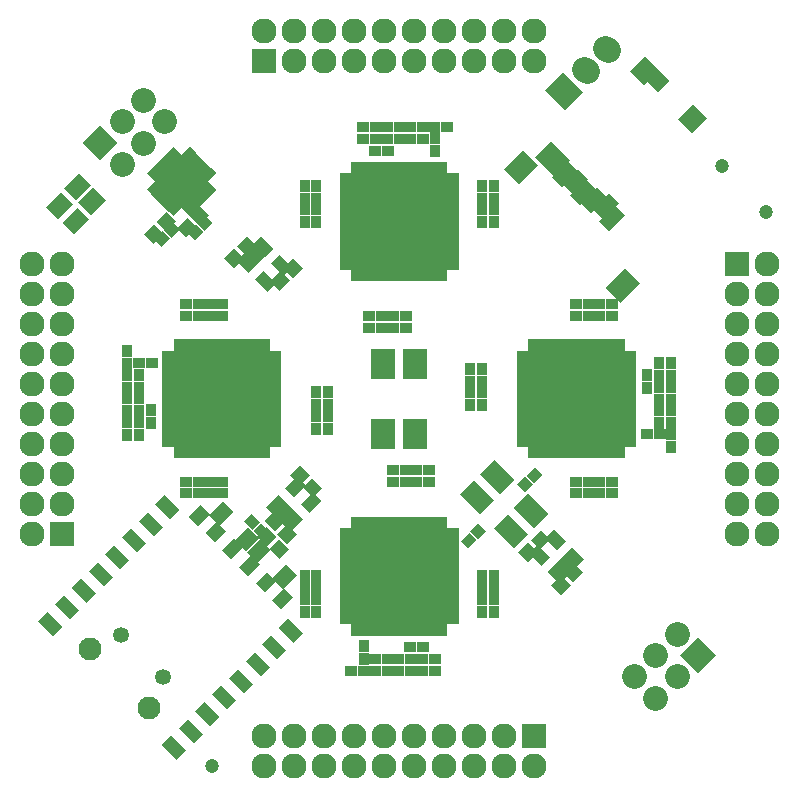
<source format=gbr>
G04 #@! TF.FileFunction,Soldermask,Top*
%FSLAX46Y46*%
G04 Gerber Fmt 4.6, Leading zero omitted, Abs format (unit mm)*
G04 Created by KiCad (PCBNEW 4.0.6-e0-6349~53~ubuntu14.04.1) date Fri Mar 31 03:17:45 2017*
%MOMM*%
%LPD*%
G01*
G04 APERTURE LIST*
%ADD10C,0.100000*%
%ADD11C,2.127200*%
%ADD12R,2.127200X2.127200*%
%ADD13O,2.127200X2.127200*%
%ADD14R,1.250000X0.700000*%
%ADD15R,0.700000X1.250000*%
%ADD16R,2.237500X2.237500*%
%ADD17R,0.900000X1.000000*%
%ADD18R,1.000000X0.900000*%
%ADD19R,2.100000X2.500000*%
%ADD20C,1.350000*%
%ADD21C,1.950000*%
%ADD22C,1.200000*%
G04 APERTURE END LIST*
D10*
G36*
X-8968144Y-16817029D02*
X-9958093Y-17806978D01*
X-10735910Y-17029161D01*
X-9745961Y-16039212D01*
X-8968144Y-16817029D01*
X-8968144Y-16817029D01*
G37*
G36*
X-10382358Y-15402816D02*
X-11372307Y-16392765D01*
X-12150124Y-15614948D01*
X-11160175Y-14624999D01*
X-10382358Y-15402816D01*
X-10382358Y-15402816D01*
G37*
G36*
X-11796572Y-13988602D02*
X-12786521Y-14978551D01*
X-13564338Y-14200734D01*
X-12574389Y-13210785D01*
X-11796572Y-13988602D01*
X-11796572Y-13988602D01*
G37*
G36*
X-13210785Y-12574389D02*
X-14200734Y-13564338D01*
X-14978551Y-12786521D01*
X-13988602Y-11796572D01*
X-13210785Y-12574389D01*
X-13210785Y-12574389D01*
G37*
G36*
X-14624999Y-11160175D02*
X-15614948Y-12150124D01*
X-16392765Y-11372307D01*
X-15402816Y-10382358D01*
X-14624999Y-11160175D01*
X-14624999Y-11160175D01*
G37*
G36*
X-16039212Y-9745961D02*
X-17029161Y-10735910D01*
X-17806978Y-9958093D01*
X-16817029Y-8968144D01*
X-16039212Y-9745961D01*
X-16039212Y-9745961D01*
G37*
G36*
X-18584796Y-9392408D02*
X-19362614Y-10170226D01*
X-20635406Y-8897434D01*
X-19857588Y-8119616D01*
X-18584796Y-9392408D01*
X-18584796Y-9392408D01*
G37*
G36*
X-19999010Y-10806621D02*
X-20776828Y-11584439D01*
X-22049620Y-10311647D01*
X-21271802Y-9533829D01*
X-19999010Y-10806621D01*
X-19999010Y-10806621D01*
G37*
G36*
X-21413223Y-12220835D02*
X-22191041Y-12998653D01*
X-23463833Y-11725861D01*
X-22686015Y-10948043D01*
X-21413223Y-12220835D01*
X-21413223Y-12220835D01*
G37*
G36*
X-22827437Y-13635048D02*
X-23605255Y-14412866D01*
X-24878047Y-13140074D01*
X-24100229Y-12362256D01*
X-22827437Y-13635048D01*
X-22827437Y-13635048D01*
G37*
G36*
X-24241650Y-15049262D02*
X-25019468Y-15827080D01*
X-26292260Y-14554288D01*
X-25514442Y-13776470D01*
X-24241650Y-15049262D01*
X-24241650Y-15049262D01*
G37*
G36*
X-25655864Y-16463475D02*
X-26433682Y-17241293D01*
X-27706474Y-15968501D01*
X-26928656Y-15190683D01*
X-25655864Y-16463475D01*
X-25655864Y-16463475D01*
G37*
G36*
X-27070077Y-17877689D02*
X-27847895Y-18655507D01*
X-29120687Y-17382715D01*
X-28342869Y-16604897D01*
X-27070077Y-17877689D01*
X-27070077Y-17877689D01*
G37*
G36*
X-28484291Y-19291903D02*
X-29262109Y-20069721D01*
X-30534901Y-18796929D01*
X-29757083Y-18019111D01*
X-28484291Y-19291903D01*
X-28484291Y-19291903D01*
G37*
G36*
X-8119616Y-19857588D02*
X-8897434Y-20635406D01*
X-10170226Y-19362614D01*
X-9392408Y-18584796D01*
X-8119616Y-19857588D01*
X-8119616Y-19857588D01*
G37*
G36*
X-9533829Y-21271802D02*
X-10311647Y-22049620D01*
X-11584439Y-20776828D01*
X-10806621Y-19999010D01*
X-9533829Y-21271802D01*
X-9533829Y-21271802D01*
G37*
G36*
X-10948043Y-22686015D02*
X-11725861Y-23463833D01*
X-12998653Y-22191041D01*
X-12220835Y-21413223D01*
X-10948043Y-22686015D01*
X-10948043Y-22686015D01*
G37*
G36*
X-12362256Y-24100229D02*
X-13140074Y-24878047D01*
X-14412866Y-23605255D01*
X-13635048Y-22827437D01*
X-12362256Y-24100229D01*
X-12362256Y-24100229D01*
G37*
G36*
X-13776470Y-25514442D02*
X-14554288Y-26292260D01*
X-15827080Y-25019468D01*
X-15049262Y-24241650D01*
X-13776470Y-25514442D01*
X-13776470Y-25514442D01*
G37*
G36*
X-15190683Y-26928656D02*
X-15968501Y-27706474D01*
X-17241293Y-26433682D01*
X-16463475Y-25655864D01*
X-15190683Y-26928656D01*
X-15190683Y-26928656D01*
G37*
G36*
X-16604897Y-28342869D02*
X-17382715Y-29120687D01*
X-18655507Y-27847895D01*
X-17877689Y-27070077D01*
X-16604897Y-28342869D01*
X-16604897Y-28342869D01*
G37*
G36*
X-18019111Y-29757083D02*
X-18796929Y-30534901D01*
X-20069721Y-29262109D01*
X-19291903Y-28484291D01*
X-18019111Y-29757083D01*
X-18019111Y-29757083D01*
G37*
G36*
X14077763Y24423079D02*
X12358079Y26142763D01*
X13862237Y27646921D01*
X15581921Y25927237D01*
X14077763Y24423079D01*
X14077763Y24423079D01*
G37*
D11*
X15658288Y27938814D02*
X15873814Y27723288D01*
X17454339Y29734865D02*
X17669865Y29519339D01*
D10*
G36*
X-12423485Y13024526D02*
X-11681023Y13766988D01*
X-10648647Y12734612D01*
X-11391109Y11992150D01*
X-12423485Y13024526D01*
X-12423485Y13024526D01*
G37*
G36*
X-13095236Y12352774D02*
X-12352774Y13095236D01*
X-11320398Y12062860D01*
X-12062860Y11320398D01*
X-13095236Y12352774D01*
X-13095236Y12352774D01*
G37*
G36*
X-13766988Y11681023D02*
X-13024526Y12423485D01*
X-11992150Y11391109D01*
X-12734612Y10648647D01*
X-13766988Y11681023D01*
X-13766988Y11681023D01*
G37*
G36*
X-12211353Y10125388D02*
X-11468891Y10867850D01*
X-10436515Y9835474D01*
X-11178977Y9093012D01*
X-12211353Y10125388D01*
X-12211353Y10125388D01*
G37*
G36*
X-10867850Y11468891D02*
X-10125388Y12211353D01*
X-9093012Y11178977D01*
X-9835474Y10436515D01*
X-10867850Y11468891D01*
X-10867850Y11468891D01*
G37*
G36*
X-10484526Y-9883485D02*
X-11226988Y-9141023D01*
X-10194612Y-8108647D01*
X-9452150Y-8851109D01*
X-10484526Y-9883485D01*
X-10484526Y-9883485D01*
G37*
G36*
X-9812774Y-10555236D02*
X-10555236Y-9812774D01*
X-9522860Y-8780398D01*
X-8780398Y-9522860D01*
X-9812774Y-10555236D01*
X-9812774Y-10555236D01*
G37*
G36*
X-9141023Y-11226988D02*
X-9883485Y-10484526D01*
X-8851109Y-9452150D01*
X-8108647Y-10194612D01*
X-9141023Y-11226988D01*
X-9141023Y-11226988D01*
G37*
G36*
X-7585388Y-9671353D02*
X-8327850Y-8928891D01*
X-7295474Y-7896515D01*
X-6553012Y-8638977D01*
X-7585388Y-9671353D01*
X-7585388Y-9671353D01*
G37*
G36*
X-8928891Y-8327850D02*
X-9671353Y-7585388D01*
X-8638977Y-6553012D01*
X-7896515Y-7295474D01*
X-8928891Y-8327850D01*
X-8928891Y-8327850D01*
G37*
G36*
X14328485Y-14929526D02*
X13586023Y-15671988D01*
X12553647Y-14639612D01*
X13296109Y-13897150D01*
X14328485Y-14929526D01*
X14328485Y-14929526D01*
G37*
G36*
X15000236Y-14257774D02*
X14257774Y-15000236D01*
X13225398Y-13967860D01*
X13967860Y-13225398D01*
X15000236Y-14257774D01*
X15000236Y-14257774D01*
G37*
G36*
X15671988Y-13586023D02*
X14929526Y-14328485D01*
X13897150Y-13296109D01*
X14639612Y-12553647D01*
X15671988Y-13586023D01*
X15671988Y-13586023D01*
G37*
G36*
X14116353Y-12030388D02*
X13373891Y-12772850D01*
X12341515Y-11740474D01*
X13083977Y-10998012D01*
X14116353Y-12030388D01*
X14116353Y-12030388D01*
G37*
G36*
X12772850Y-13373891D02*
X12030388Y-14116353D01*
X10998012Y-13083977D01*
X11740474Y-12341515D01*
X12772850Y-13373891D01*
X12772850Y-13373891D01*
G37*
G36*
X17492969Y9431951D02*
X19119315Y11058297D01*
X20392107Y9785505D01*
X18765761Y8159159D01*
X17492969Y9431951D01*
X17492969Y9431951D01*
G37*
G36*
X8901621Y19437512D02*
X10527967Y21063858D01*
X11800759Y19791066D01*
X10174413Y18164720D01*
X8901621Y19437512D01*
X8901621Y19437512D01*
G37*
G36*
X23574087Y23715509D02*
X24846879Y24988301D01*
X26048961Y23786219D01*
X24776169Y22513427D01*
X23574087Y23715509D01*
X23574087Y23715509D01*
G37*
G36*
X19543579Y27746018D02*
X20816371Y29018810D01*
X22018453Y27816728D01*
X20745661Y26543936D01*
X19543579Y27746018D01*
X19543579Y27746018D01*
G37*
G36*
X16948496Y15053451D02*
X18291999Y16396954D01*
X19140528Y15548425D01*
X17797025Y14204922D01*
X16948496Y15053451D01*
X16948496Y15053451D01*
G37*
G36*
X16453522Y16114111D02*
X17797025Y17457614D01*
X18645554Y16609085D01*
X17302051Y15265582D01*
X16453522Y16114111D01*
X16453522Y16114111D01*
G37*
G36*
X15392861Y16609086D02*
X16736364Y17952589D01*
X17584893Y17104060D01*
X16241390Y15760557D01*
X15392861Y16609086D01*
X15392861Y16609086D01*
G37*
G36*
X14473623Y17245482D02*
X15817126Y18588985D01*
X16665655Y17740456D01*
X15322152Y16396953D01*
X14473623Y17245482D01*
X14473623Y17245482D01*
G37*
G36*
X13837226Y18164721D02*
X15180729Y19508224D01*
X16029258Y18659695D01*
X14685755Y17316192D01*
X13837226Y18164721D01*
X13837226Y18164721D01*
G37*
G36*
X12917988Y18801117D02*
X14261491Y20144620D01*
X15110020Y19296091D01*
X13766517Y17952588D01*
X12917988Y18801117D01*
X12917988Y18801117D01*
G37*
G36*
X12281592Y19720356D02*
X13625095Y21063859D01*
X14473624Y20215330D01*
X13130121Y18871827D01*
X12281592Y19720356D01*
X12281592Y19720356D01*
G37*
G36*
X11503774Y20498173D02*
X12847277Y21841676D01*
X13695806Y20993147D01*
X12352303Y19649644D01*
X11503774Y20498173D01*
X11503774Y20498173D01*
G37*
G36*
X20947185Y26971736D02*
X21901779Y27926330D01*
X22891729Y26936380D01*
X21937135Y25981786D01*
X20947185Y26971736D01*
X20947185Y26971736D01*
G37*
D12*
X11430000Y-28575000D03*
D13*
X11430000Y-31115000D03*
X8890000Y-28575000D03*
X8890000Y-31115000D03*
X6350000Y-28575000D03*
X6350000Y-31115000D03*
X3810000Y-28575000D03*
X3810000Y-31115000D03*
X1270000Y-28575000D03*
X1270000Y-31115000D03*
X-1270000Y-28575000D03*
X-1270000Y-31115000D03*
X-3810000Y-28575000D03*
X-3810000Y-31115000D03*
X-6350000Y-28575000D03*
X-6350000Y-31115000D03*
X-8890000Y-28575000D03*
X-8890000Y-31115000D03*
X-11430000Y-28575000D03*
X-11430000Y-31115000D03*
D12*
X-28575000Y-11430000D03*
D13*
X-31115000Y-11430000D03*
X-28575000Y-8890000D03*
X-31115000Y-8890000D03*
X-28575000Y-6350000D03*
X-31115000Y-6350000D03*
X-28575000Y-3810000D03*
X-31115000Y-3810000D03*
X-28575000Y-1270000D03*
X-31115000Y-1270000D03*
X-28575000Y1270000D03*
X-31115000Y1270000D03*
X-28575000Y3810000D03*
X-31115000Y3810000D03*
X-28575000Y6350000D03*
X-31115000Y6350000D03*
X-28575000Y8890000D03*
X-31115000Y8890000D03*
X-28575000Y11430000D03*
X-31115000Y11430000D03*
D12*
X-11430000Y28575000D03*
D13*
X-11430000Y31115000D03*
X-8890000Y28575000D03*
X-8890000Y31115000D03*
X-6350000Y28575000D03*
X-6350000Y31115000D03*
X-3810000Y28575000D03*
X-3810000Y31115000D03*
X-1270000Y28575000D03*
X-1270000Y31115000D03*
X1270000Y28575000D03*
X1270000Y31115000D03*
X3810000Y28575000D03*
X3810000Y31115000D03*
X6350000Y28575000D03*
X6350000Y31115000D03*
X8890000Y28575000D03*
X8890000Y31115000D03*
X11430000Y28575000D03*
X11430000Y31115000D03*
D12*
X28575000Y11430000D03*
D13*
X31115000Y11430000D03*
X28575000Y8890000D03*
X31115000Y8890000D03*
X28575000Y6350000D03*
X31115000Y6350000D03*
X28575000Y3810000D03*
X31115000Y3810000D03*
X28575000Y1270000D03*
X31115000Y1270000D03*
X28575000Y-1270000D03*
X31115000Y-1270000D03*
X28575000Y-3810000D03*
X31115000Y-3810000D03*
X28575000Y-6350000D03*
X31115000Y-6350000D03*
X28575000Y-8890000D03*
X31115000Y-8890000D03*
X28575000Y-11430000D03*
X31115000Y-11430000D03*
D14*
X4450000Y-18750000D03*
X4450000Y-18250000D03*
X4450000Y-17750000D03*
X4450000Y-17250000D03*
X4450000Y-16750000D03*
X4450000Y-16250000D03*
X4450000Y-15750000D03*
X4450000Y-15250000D03*
X4450000Y-14750000D03*
X4450000Y-14250000D03*
X4450000Y-13750000D03*
X4450000Y-13250000D03*
X4450000Y-12750000D03*
X4450000Y-12250000D03*
X4450000Y-11750000D03*
X4450000Y-11250000D03*
D15*
X3750000Y-10550000D03*
X3250000Y-10550000D03*
X2750000Y-10550000D03*
X2250000Y-10550000D03*
X1750000Y-10550000D03*
X1250000Y-10550000D03*
X750000Y-10550000D03*
X250000Y-10550000D03*
X-250000Y-10550000D03*
X-750000Y-10550000D03*
X-1250000Y-10550000D03*
X-1750000Y-10550000D03*
X-2250000Y-10550000D03*
X-2750000Y-10550000D03*
X-3250000Y-10550000D03*
X-3750000Y-10550000D03*
D14*
X-4450000Y-11250000D03*
X-4450000Y-11750000D03*
X-4450000Y-12250000D03*
X-4450000Y-12750000D03*
X-4450000Y-13250000D03*
X-4450000Y-13750000D03*
X-4450000Y-14250000D03*
X-4450000Y-14750000D03*
X-4450000Y-15250000D03*
X-4450000Y-15750000D03*
X-4450000Y-16250000D03*
X-4450000Y-16750000D03*
X-4450000Y-17250000D03*
X-4450000Y-17750000D03*
X-4450000Y-18250000D03*
X-4450000Y-18750000D03*
D15*
X-3750000Y-19450000D03*
X-3250000Y-19450000D03*
X-2750000Y-19450000D03*
X-2250000Y-19450000D03*
X-1750000Y-19450000D03*
X-1250000Y-19450000D03*
X-750000Y-19450000D03*
X-250000Y-19450000D03*
X250000Y-19450000D03*
X750000Y-19450000D03*
X1250000Y-19450000D03*
X1750000Y-19450000D03*
X2250000Y-19450000D03*
X2750000Y-19450000D03*
X3250000Y-19450000D03*
X3750000Y-19450000D03*
D16*
X-2756250Y-12243750D03*
X-2756250Y-14081250D03*
X-2756250Y-15918750D03*
X-2756250Y-17756250D03*
X-918750Y-12243750D03*
X-918750Y-14081250D03*
X-918750Y-15918750D03*
X-918750Y-17756250D03*
X918750Y-12243750D03*
X918750Y-14081250D03*
X918750Y-15918750D03*
X918750Y-17756250D03*
X2756250Y-12243750D03*
X2756250Y-14081250D03*
X2756250Y-15918750D03*
X2756250Y-17756250D03*
D15*
X-18750000Y-4450000D03*
X-18250000Y-4450000D03*
X-17750000Y-4450000D03*
X-17250000Y-4450000D03*
X-16750000Y-4450000D03*
X-16250000Y-4450000D03*
X-15750000Y-4450000D03*
X-15250000Y-4450000D03*
X-14750000Y-4450000D03*
X-14250000Y-4450000D03*
X-13750000Y-4450000D03*
X-13250000Y-4450000D03*
X-12750000Y-4450000D03*
X-12250000Y-4450000D03*
X-11750000Y-4450000D03*
X-11250000Y-4450000D03*
D14*
X-10550000Y-3750000D03*
X-10550000Y-3250000D03*
X-10550000Y-2750000D03*
X-10550000Y-2250000D03*
X-10550000Y-1750000D03*
X-10550000Y-1250000D03*
X-10550000Y-750000D03*
X-10550000Y-250000D03*
X-10550000Y250000D03*
X-10550000Y750000D03*
X-10550000Y1250000D03*
X-10550000Y1750000D03*
X-10550000Y2250000D03*
X-10550000Y2750000D03*
X-10550000Y3250000D03*
X-10550000Y3750000D03*
D15*
X-11250000Y4450000D03*
X-11750000Y4450000D03*
X-12250000Y4450000D03*
X-12750000Y4450000D03*
X-13250000Y4450000D03*
X-13750000Y4450000D03*
X-14250000Y4450000D03*
X-14750000Y4450000D03*
X-15250000Y4450000D03*
X-15750000Y4450000D03*
X-16250000Y4450000D03*
X-16750000Y4450000D03*
X-17250000Y4450000D03*
X-17750000Y4450000D03*
X-18250000Y4450000D03*
X-18750000Y4450000D03*
D14*
X-19450000Y3750000D03*
X-19450000Y3250000D03*
X-19450000Y2750000D03*
X-19450000Y2250000D03*
X-19450000Y1750000D03*
X-19450000Y1250000D03*
X-19450000Y750000D03*
X-19450000Y250000D03*
X-19450000Y-250000D03*
X-19450000Y-750000D03*
X-19450000Y-1250000D03*
X-19450000Y-1750000D03*
X-19450000Y-2250000D03*
X-19450000Y-2750000D03*
X-19450000Y-3250000D03*
X-19450000Y-3750000D03*
D16*
X-12243750Y2756250D03*
X-14081250Y2756250D03*
X-15918750Y2756250D03*
X-17756250Y2756250D03*
X-12243750Y918750D03*
X-14081250Y918750D03*
X-15918750Y918750D03*
X-17756250Y918750D03*
X-12243750Y-918750D03*
X-14081250Y-918750D03*
X-15918750Y-918750D03*
X-17756250Y-918750D03*
X-12243750Y-2756250D03*
X-14081250Y-2756250D03*
X-15918750Y-2756250D03*
X-17756250Y-2756250D03*
D14*
X-4450000Y18750000D03*
X-4450000Y18250000D03*
X-4450000Y17750000D03*
X-4450000Y17250000D03*
X-4450000Y16750000D03*
X-4450000Y16250000D03*
X-4450000Y15750000D03*
X-4450000Y15250000D03*
X-4450000Y14750000D03*
X-4450000Y14250000D03*
X-4450000Y13750000D03*
X-4450000Y13250000D03*
X-4450000Y12750000D03*
X-4450000Y12250000D03*
X-4450000Y11750000D03*
X-4450000Y11250000D03*
D15*
X-3750000Y10550000D03*
X-3250000Y10550000D03*
X-2750000Y10550000D03*
X-2250000Y10550000D03*
X-1750000Y10550000D03*
X-1250000Y10550000D03*
X-750000Y10550000D03*
X-250000Y10550000D03*
X250000Y10550000D03*
X750000Y10550000D03*
X1250000Y10550000D03*
X1750000Y10550000D03*
X2250000Y10550000D03*
X2750000Y10550000D03*
X3250000Y10550000D03*
X3750000Y10550000D03*
D14*
X4450000Y11250000D03*
X4450000Y11750000D03*
X4450000Y12250000D03*
X4450000Y12750000D03*
X4450000Y13250000D03*
X4450000Y13750000D03*
X4450000Y14250000D03*
X4450000Y14750000D03*
X4450000Y15250000D03*
X4450000Y15750000D03*
X4450000Y16250000D03*
X4450000Y16750000D03*
X4450000Y17250000D03*
X4450000Y17750000D03*
X4450000Y18250000D03*
X4450000Y18750000D03*
D15*
X3750000Y19450000D03*
X3250000Y19450000D03*
X2750000Y19450000D03*
X2250000Y19450000D03*
X1750000Y19450000D03*
X1250000Y19450000D03*
X750000Y19450000D03*
X250000Y19450000D03*
X-250000Y19450000D03*
X-750000Y19450000D03*
X-1250000Y19450000D03*
X-1750000Y19450000D03*
X-2250000Y19450000D03*
X-2750000Y19450000D03*
X-3250000Y19450000D03*
X-3750000Y19450000D03*
D16*
X2756250Y12243750D03*
X2756250Y14081250D03*
X2756250Y15918750D03*
X2756250Y17756250D03*
X918750Y12243750D03*
X918750Y14081250D03*
X918750Y15918750D03*
X918750Y17756250D03*
X-918750Y12243750D03*
X-918750Y14081250D03*
X-918750Y15918750D03*
X-918750Y17756250D03*
X-2756250Y12243750D03*
X-2756250Y14081250D03*
X-2756250Y15918750D03*
X-2756250Y17756250D03*
D15*
X18750000Y4450000D03*
X18250000Y4450000D03*
X17750000Y4450000D03*
X17250000Y4450000D03*
X16750000Y4450000D03*
X16250000Y4450000D03*
X15750000Y4450000D03*
X15250000Y4450000D03*
X14750000Y4450000D03*
X14250000Y4450000D03*
X13750000Y4450000D03*
X13250000Y4450000D03*
X12750000Y4450000D03*
X12250000Y4450000D03*
X11750000Y4450000D03*
X11250000Y4450000D03*
D14*
X10550000Y3750000D03*
X10550000Y3250000D03*
X10550000Y2750000D03*
X10550000Y2250000D03*
X10550000Y1750000D03*
X10550000Y1250000D03*
X10550000Y750000D03*
X10550000Y250000D03*
X10550000Y-250000D03*
X10550000Y-750000D03*
X10550000Y-1250000D03*
X10550000Y-1750000D03*
X10550000Y-2250000D03*
X10550000Y-2750000D03*
X10550000Y-3250000D03*
X10550000Y-3750000D03*
D15*
X11250000Y-4450000D03*
X11750000Y-4450000D03*
X12250000Y-4450000D03*
X12750000Y-4450000D03*
X13250000Y-4450000D03*
X13750000Y-4450000D03*
X14250000Y-4450000D03*
X14750000Y-4450000D03*
X15250000Y-4450000D03*
X15750000Y-4450000D03*
X16250000Y-4450000D03*
X16750000Y-4450000D03*
X17250000Y-4450000D03*
X17750000Y-4450000D03*
X18250000Y-4450000D03*
X18750000Y-4450000D03*
D14*
X19450000Y-3750000D03*
X19450000Y-3250000D03*
X19450000Y-2750000D03*
X19450000Y-2250000D03*
X19450000Y-1750000D03*
X19450000Y-1250000D03*
X19450000Y-750000D03*
X19450000Y-250000D03*
X19450000Y250000D03*
X19450000Y750000D03*
X19450000Y1250000D03*
X19450000Y1750000D03*
X19450000Y2250000D03*
X19450000Y2750000D03*
X19450000Y3250000D03*
X19450000Y3750000D03*
D16*
X12243750Y-2756250D03*
X14081250Y-2756250D03*
X15918750Y-2756250D03*
X17756250Y-2756250D03*
X12243750Y-918750D03*
X14081250Y-918750D03*
X15918750Y-918750D03*
X17756250Y-918750D03*
X12243750Y918750D03*
X14081250Y918750D03*
X15918750Y918750D03*
X17756250Y918750D03*
X12243750Y2756250D03*
X14081250Y2756250D03*
X15918750Y2756250D03*
X17756250Y2756250D03*
D17*
X8000000Y-16950000D03*
X8000000Y-18050000D03*
X8000000Y-14950000D03*
X8000000Y-16050000D03*
D18*
X1450000Y-6000000D03*
X2550000Y-6000000D03*
X-550000Y-6000000D03*
X550000Y-6000000D03*
D17*
X7000000Y-16950000D03*
X7000000Y-18050000D03*
X7000000Y-14950000D03*
X7000000Y-16050000D03*
D18*
X1450000Y-7000000D03*
X2550000Y-7000000D03*
X-550000Y-7000000D03*
X550000Y-7000000D03*
D17*
X-7000000Y-18050000D03*
X-7000000Y-16950000D03*
X-7000000Y-16050000D03*
X-7000000Y-14950000D03*
X-3000000Y-20950000D03*
X-3000000Y-22050000D03*
D18*
X3050000Y-22000000D03*
X1950000Y-22000000D03*
X1050000Y-22000000D03*
X-50000Y-22000000D03*
X-950000Y-22000000D03*
X-2050000Y-22000000D03*
X2050000Y-21000000D03*
X950000Y-21000000D03*
D17*
X-8000000Y-18050000D03*
X-8000000Y-16950000D03*
X-8000000Y-16050000D03*
X-8000000Y-14950000D03*
D18*
X3050000Y-23000000D03*
X1950000Y-23000000D03*
X1050000Y-23000000D03*
X-50000Y-23000000D03*
X-950000Y-23000000D03*
X-2050000Y-23000000D03*
X-2950000Y-23000000D03*
X-4050000Y-23000000D03*
X-16950000Y-8000000D03*
X-18050000Y-8000000D03*
X-14950000Y-8000000D03*
X-16050000Y-8000000D03*
D17*
X-6000000Y-1450000D03*
X-6000000Y-2550000D03*
X-6000000Y550000D03*
X-6000000Y-550000D03*
D18*
X-16950000Y-7000000D03*
X-18050000Y-7000000D03*
X-14950000Y-7000000D03*
X-16050000Y-7000000D03*
D17*
X-7000000Y-1450000D03*
X-7000000Y-2550000D03*
X-7000000Y550000D03*
X-7000000Y-550000D03*
D18*
X-18050000Y7000000D03*
X-16950000Y7000000D03*
X-16050000Y7000000D03*
X-14950000Y7000000D03*
X-20950000Y3000000D03*
X-22050000Y3000000D03*
D17*
X-22000000Y-3050000D03*
X-22000000Y-1950000D03*
X-22000000Y-1050000D03*
X-22000000Y50000D03*
X-22000000Y950000D03*
X-22000000Y2050000D03*
X-21000000Y-2050000D03*
X-21000000Y-950000D03*
D18*
X-18050000Y8000000D03*
X-16950000Y8000000D03*
X-16050000Y8000000D03*
X-14950000Y8000000D03*
D17*
X-23000000Y-3050000D03*
X-23000000Y-1950000D03*
X-23000000Y-1050000D03*
X-23000000Y50000D03*
X-23000000Y950000D03*
X-23000000Y2050000D03*
X-23000000Y2950000D03*
X-23000000Y4050000D03*
X-8000000Y16950000D03*
X-8000000Y18050000D03*
X-8000000Y14950000D03*
X-8000000Y16050000D03*
D18*
X-1450000Y6000000D03*
X-2550000Y6000000D03*
X550000Y6000000D03*
X-550000Y6000000D03*
D17*
X-7000000Y16950000D03*
X-7000000Y18050000D03*
X-7000000Y14950000D03*
X-7000000Y16050000D03*
D18*
X-1450000Y7000000D03*
X-2550000Y7000000D03*
X550000Y7000000D03*
X-550000Y7000000D03*
D17*
X7000000Y18050000D03*
X7000000Y16950000D03*
X7000000Y16050000D03*
X7000000Y14950000D03*
X3000000Y20950000D03*
X3000000Y22050000D03*
D18*
X-3050000Y22000000D03*
X-1950000Y22000000D03*
X-1050000Y22000000D03*
X50000Y22000000D03*
X950000Y22000000D03*
X2050000Y22000000D03*
X-2050000Y21000000D03*
X-950000Y21000000D03*
D17*
X8000000Y18050000D03*
X8000000Y16950000D03*
X8000000Y16050000D03*
X8000000Y14950000D03*
D18*
X-3050000Y23000000D03*
X-1950000Y23000000D03*
X-1050000Y23000000D03*
X50000Y23000000D03*
X950000Y23000000D03*
X2050000Y23000000D03*
X2950000Y23000000D03*
X4050000Y23000000D03*
X16950000Y8000000D03*
X18050000Y8000000D03*
X14950000Y8000000D03*
X16050000Y8000000D03*
D17*
X6000000Y1450000D03*
X6000000Y2550000D03*
X6000000Y-550000D03*
X6000000Y550000D03*
D18*
X16950000Y7000000D03*
X18050000Y7000000D03*
X14950000Y7000000D03*
X16050000Y7000000D03*
D17*
X7000000Y1450000D03*
X7000000Y2550000D03*
X7000000Y-550000D03*
X7000000Y550000D03*
D18*
X18050000Y-7000000D03*
X16950000Y-7000000D03*
X16050000Y-7000000D03*
X14950000Y-7000000D03*
X20950000Y-3000000D03*
X22050000Y-3000000D03*
D17*
X22000000Y3050000D03*
X22000000Y1950000D03*
X22000000Y1050000D03*
X22000000Y-50000D03*
X22000000Y-950000D03*
X22000000Y-2050000D03*
X21000000Y2050000D03*
X21000000Y950000D03*
D18*
X18050000Y-8000000D03*
X16950000Y-8000000D03*
X16050000Y-8000000D03*
X14950000Y-8000000D03*
D17*
X23000000Y3050000D03*
X23000000Y1950000D03*
X23000000Y1050000D03*
X23000000Y-50000D03*
X23000000Y-950000D03*
X23000000Y-2050000D03*
X23000000Y-2950000D03*
X23000000Y-4050000D03*
D10*
G36*
X11474264Y-5789340D02*
X12110660Y-6425736D01*
X11403554Y-7132842D01*
X10767158Y-6496446D01*
X11474264Y-5789340D01*
X11474264Y-5789340D01*
G37*
G36*
X10696446Y-6567158D02*
X11332842Y-7203554D01*
X10625736Y-7910660D01*
X9989340Y-7274264D01*
X10696446Y-6567158D01*
X10696446Y-6567158D01*
G37*
G36*
X5875736Y-12660660D02*
X5239340Y-12024264D01*
X5946446Y-11317158D01*
X6582842Y-11953554D01*
X5875736Y-12660660D01*
X5875736Y-12660660D01*
G37*
G36*
X6653554Y-11882842D02*
X6017158Y-11246446D01*
X6724264Y-10539340D01*
X7360660Y-11175736D01*
X6653554Y-11882842D01*
X6653554Y-11882842D01*
G37*
D19*
X1350000Y-2950000D03*
X1350000Y2950000D03*
X-1350000Y2950000D03*
X-1350000Y-2950000D03*
D10*
G36*
X-10745502Y-15165011D02*
X-9599989Y-14019498D01*
X-8673680Y-14945807D01*
X-9819193Y-16091320D01*
X-10745502Y-15165011D01*
X-10745502Y-15165011D01*
G37*
G36*
X-12916320Y-12994193D02*
X-11770807Y-11848680D01*
X-10844498Y-12774989D01*
X-11990011Y-13920502D01*
X-12916320Y-12994193D01*
X-12916320Y-12994193D01*
G37*
G36*
X-14019498Y-9599989D02*
X-15165011Y-10745502D01*
X-16091320Y-9819193D01*
X-14945807Y-8673680D01*
X-14019498Y-9599989D01*
X-14019498Y-9599989D01*
G37*
G36*
X-11848680Y-11770807D02*
X-12994193Y-12916320D01*
X-13920502Y-11990011D01*
X-12774989Y-10844498D01*
X-11848680Y-11770807D01*
X-11848680Y-11770807D01*
G37*
G36*
X-20872196Y17230596D02*
X-21367171Y17725571D01*
X-20483288Y18609454D01*
X-19988313Y18114479D01*
X-20872196Y17230596D01*
X-20872196Y17230596D01*
G37*
G36*
X-20518642Y16877043D02*
X-21013617Y17372018D01*
X-20129734Y18255901D01*
X-19634759Y17760926D01*
X-20518642Y16877043D01*
X-20518642Y16877043D01*
G37*
G36*
X-20165089Y16523489D02*
X-20660064Y17018464D01*
X-19776181Y17902347D01*
X-19281206Y17407372D01*
X-20165089Y16523489D01*
X-20165089Y16523489D01*
G37*
G36*
X-19811536Y16169936D02*
X-20306511Y16664911D01*
X-19422628Y17548794D01*
X-18927653Y17053819D01*
X-19811536Y16169936D01*
X-19811536Y16169936D01*
G37*
G36*
X-19457982Y15816383D02*
X-19952957Y16311358D01*
X-19069074Y17195241D01*
X-18574099Y16700266D01*
X-19457982Y15816383D01*
X-19457982Y15816383D01*
G37*
G36*
X-19104429Y15462829D02*
X-19599404Y15957804D01*
X-18715521Y16841687D01*
X-18220546Y16346712D01*
X-19104429Y15462829D01*
X-19104429Y15462829D01*
G37*
G36*
X-17230596Y15957804D02*
X-17725571Y15462829D01*
X-18609454Y16346712D01*
X-18114479Y16841687D01*
X-17230596Y15957804D01*
X-17230596Y15957804D01*
G37*
G36*
X-16877043Y16311358D02*
X-17372018Y15816383D01*
X-18255901Y16700266D01*
X-17760926Y17195241D01*
X-16877043Y16311358D01*
X-16877043Y16311358D01*
G37*
G36*
X-16523489Y16664911D02*
X-17018464Y16169936D01*
X-17902347Y17053819D01*
X-17407372Y17548794D01*
X-16523489Y16664911D01*
X-16523489Y16664911D01*
G37*
G36*
X-16169936Y17018464D02*
X-16664911Y16523489D01*
X-17548794Y17407372D01*
X-17053819Y17902347D01*
X-16169936Y17018464D01*
X-16169936Y17018464D01*
G37*
G36*
X-15816383Y17372018D02*
X-16311358Y16877043D01*
X-17195241Y17760926D01*
X-16700266Y18255901D01*
X-15816383Y17372018D01*
X-15816383Y17372018D01*
G37*
G36*
X-15462829Y17725571D02*
X-15957804Y17230596D01*
X-16841687Y18114479D01*
X-16346712Y18609454D01*
X-15462829Y17725571D01*
X-15462829Y17725571D01*
G37*
G36*
X-16346712Y18220546D02*
X-16841687Y18715521D01*
X-15957804Y19599404D01*
X-15462829Y19104429D01*
X-16346712Y18220546D01*
X-16346712Y18220546D01*
G37*
G36*
X-16700266Y18574099D02*
X-17195241Y19069074D01*
X-16311358Y19952957D01*
X-15816383Y19457982D01*
X-16700266Y18574099D01*
X-16700266Y18574099D01*
G37*
G36*
X-17053819Y18927653D02*
X-17548794Y19422628D01*
X-16664911Y20306511D01*
X-16169936Y19811536D01*
X-17053819Y18927653D01*
X-17053819Y18927653D01*
G37*
G36*
X-17407372Y19281206D02*
X-17902347Y19776181D01*
X-17018464Y20660064D01*
X-16523489Y20165089D01*
X-17407372Y19281206D01*
X-17407372Y19281206D01*
G37*
G36*
X-17760926Y19634759D02*
X-18255901Y20129734D01*
X-17372018Y21013617D01*
X-16877043Y20518642D01*
X-17760926Y19634759D01*
X-17760926Y19634759D01*
G37*
G36*
X-18114479Y19988313D02*
X-18609454Y20483288D01*
X-17725571Y21367171D01*
X-17230596Y20872196D01*
X-18114479Y19988313D01*
X-18114479Y19988313D01*
G37*
G36*
X-18220546Y20483288D02*
X-18715521Y19988313D01*
X-19599404Y20872196D01*
X-19104429Y21367171D01*
X-18220546Y20483288D01*
X-18220546Y20483288D01*
G37*
G36*
X-18574099Y20129734D02*
X-19069074Y19634759D01*
X-19952957Y20518642D01*
X-19457982Y21013617D01*
X-18574099Y20129734D01*
X-18574099Y20129734D01*
G37*
G36*
X-18927653Y19776181D02*
X-19422628Y19281206D01*
X-20306511Y20165089D01*
X-19811536Y20660064D01*
X-18927653Y19776181D01*
X-18927653Y19776181D01*
G37*
G36*
X-19281206Y19422628D02*
X-19776181Y18927653D01*
X-20660064Y19811536D01*
X-20165089Y20306511D01*
X-19281206Y19422628D01*
X-19281206Y19422628D01*
G37*
G36*
X-19634759Y19069074D02*
X-20129734Y18574099D01*
X-21013617Y19457982D01*
X-20518642Y19952957D01*
X-19634759Y19069074D01*
X-19634759Y19069074D01*
G37*
G36*
X-19988313Y18715521D02*
X-20483288Y18220546D01*
X-21367171Y19104429D01*
X-20872196Y19599404D01*
X-19988313Y18715521D01*
X-19988313Y18715521D01*
G37*
G36*
X-17495761Y17212918D02*
X-18697843Y18415000D01*
X-17495761Y19617082D01*
X-16293679Y18415000D01*
X-17495761Y17212918D01*
X-17495761Y17212918D01*
G37*
G36*
X-18415000Y18132157D02*
X-19617082Y19334239D01*
X-18415000Y20536321D01*
X-17212918Y19334239D01*
X-18415000Y18132157D01*
X-18415000Y18132157D01*
G37*
G36*
X-18415000Y16293679D02*
X-19617082Y17495761D01*
X-18415000Y18697843D01*
X-17212918Y17495761D01*
X-18415000Y16293679D01*
X-18415000Y16293679D01*
G37*
G36*
X-19334239Y17212918D02*
X-20536321Y18415000D01*
X-19334239Y19617082D01*
X-18132157Y18415000D01*
X-19334239Y17212918D01*
X-19334239Y17212918D01*
G37*
G36*
X-24781583Y16814431D02*
X-26054050Y15541964D01*
X-27184629Y16672543D01*
X-25912162Y17945010D01*
X-24781583Y16814431D01*
X-24781583Y16814431D01*
G37*
G36*
X-26067556Y18100403D02*
X-27340023Y16827936D01*
X-28330510Y17818423D01*
X-27058043Y19090890D01*
X-26067556Y18100403D01*
X-26067556Y18100403D01*
G37*
G36*
X-27622936Y16545023D02*
X-28895403Y15272556D01*
X-29885890Y16263043D01*
X-28613423Y17535510D01*
X-27622936Y16545023D01*
X-27622936Y16545023D01*
G37*
G36*
X-26279490Y15201577D02*
X-27551957Y13929110D01*
X-28542444Y14919597D01*
X-27269977Y16192064D01*
X-26279490Y15201577D01*
X-26279490Y15201577D01*
G37*
G36*
X-11004340Y-11219264D02*
X-11640736Y-11855660D01*
X-12347842Y-11148554D01*
X-11711446Y-10512158D01*
X-11004340Y-11219264D01*
X-11004340Y-11219264D01*
G37*
G36*
X-11782158Y-10441446D02*
X-12418554Y-11077842D01*
X-13125660Y-10370736D01*
X-12489264Y-9734340D01*
X-11782158Y-10441446D01*
X-11782158Y-10441446D01*
G37*
D20*
X-19986714Y-23523521D03*
X-23522248Y-19987987D03*
D21*
X-21188796Y-26139816D03*
X-26138543Y-21190068D03*
D10*
G36*
X5177689Y-8076828D02*
X6379771Y-6874746D01*
X8076827Y-8571802D01*
X6874745Y-9773884D01*
X5177689Y-8076828D01*
X5177689Y-8076828D01*
G37*
G36*
X8006116Y-10905255D02*
X9208198Y-9703173D01*
X10905254Y-11400229D01*
X9703172Y-12602311D01*
X8006116Y-10905255D01*
X8006116Y-10905255D01*
G37*
G36*
X9703173Y-9208198D02*
X10905255Y-8006116D01*
X12602311Y-9703172D01*
X11400229Y-10905254D01*
X9703173Y-9208198D01*
X9703173Y-9208198D01*
G37*
G36*
X6874746Y-6379771D02*
X8076828Y-5177689D01*
X9773884Y-6874745D01*
X8571802Y-8076827D01*
X6874746Y-6379771D01*
X6874746Y-6379771D01*
G37*
G36*
X-19701992Y15861180D02*
X-18888820Y15048008D01*
X-19737348Y14199480D01*
X-20550520Y15012652D01*
X-19701992Y15861180D01*
X-19701992Y15861180D01*
G37*
G36*
X-20762652Y14800520D02*
X-19949480Y13987348D01*
X-20798008Y13138820D01*
X-21611180Y13951992D01*
X-20762652Y14800520D01*
X-20762652Y14800520D01*
G37*
G36*
X-17998008Y13688820D02*
X-18811180Y14501992D01*
X-17962652Y15350520D01*
X-17149480Y14537348D01*
X-17998008Y13688820D01*
X-17998008Y13688820D01*
G37*
G36*
X-16937348Y14749480D02*
X-17750520Y15562652D01*
X-16901992Y16411180D01*
X-16088820Y15598008D01*
X-16937348Y14749480D01*
X-16937348Y14749480D01*
G37*
G36*
X-14010008Y11084820D02*
X-14823180Y11897992D01*
X-13974652Y12746520D01*
X-13161480Y11933348D01*
X-14010008Y11084820D01*
X-14010008Y11084820D01*
G37*
G36*
X-12949348Y12145480D02*
X-13762520Y12958652D01*
X-12913992Y13807180D01*
X-12100820Y12994008D01*
X-12949348Y12145480D01*
X-12949348Y12145480D01*
G37*
G36*
X13675992Y-16601180D02*
X12862820Y-15788008D01*
X13711348Y-14939480D01*
X14524520Y-15752652D01*
X13675992Y-16601180D01*
X13675992Y-16601180D01*
G37*
G36*
X14736652Y-15540520D02*
X13923480Y-14727348D01*
X14772008Y-13878820D01*
X15585180Y-14691992D01*
X14736652Y-15540520D01*
X14736652Y-15540520D01*
G37*
G36*
X-8976992Y11902180D02*
X-8163820Y11089008D01*
X-9012348Y10240480D01*
X-9825520Y11053652D01*
X-8976992Y11902180D01*
X-8976992Y11902180D01*
G37*
G36*
X-10037652Y10841520D02*
X-9224480Y10028348D01*
X-10073008Y9179820D01*
X-10886180Y9992992D01*
X-10037652Y10841520D01*
X-10037652Y10841520D01*
G37*
G36*
X10881992Y-13807180D02*
X10068820Y-12994008D01*
X10917348Y-12145480D01*
X11730520Y-12958652D01*
X10881992Y-13807180D01*
X10881992Y-13807180D01*
G37*
G36*
X11942652Y-12746520D02*
X11129480Y-11933348D01*
X11978008Y-11084820D01*
X12791180Y-11897992D01*
X11942652Y-12746520D01*
X11942652Y-12746520D01*
G37*
G36*
X-8671820Y-11470008D02*
X-9484992Y-12283180D01*
X-10333520Y-11434652D01*
X-9520348Y-10621480D01*
X-8671820Y-11470008D01*
X-8671820Y-11470008D01*
G37*
G36*
X-9732480Y-10409348D02*
X-10545652Y-11222520D01*
X-11394180Y-10373992D01*
X-10581008Y-9560820D01*
X-9732480Y-10409348D01*
X-9732480Y-10409348D01*
G37*
G36*
X-9235180Y-6436992D02*
X-8422008Y-5623820D01*
X-7573480Y-6472348D01*
X-8386652Y-7285520D01*
X-9235180Y-6436992D01*
X-9235180Y-6436992D01*
G37*
G36*
X-8174520Y-7497652D02*
X-7361348Y-6684480D01*
X-6512820Y-7533008D01*
X-7325992Y-8346180D01*
X-8174520Y-7497652D01*
X-8174520Y-7497652D01*
G37*
G36*
X-19225736Y15010660D02*
X-18589340Y14374264D01*
X-19296446Y13667158D01*
X-19932842Y14303554D01*
X-19225736Y15010660D01*
X-19225736Y15010660D01*
G37*
G36*
X-20003554Y14232842D02*
X-19367158Y13596446D01*
X-20074264Y12889340D01*
X-20710660Y13525736D01*
X-20003554Y14232842D01*
X-20003554Y14232842D01*
G37*
G36*
X-17274264Y13439340D02*
X-17910660Y14075736D01*
X-17203554Y14782842D01*
X-16567158Y14146446D01*
X-17274264Y13439340D01*
X-17274264Y13439340D01*
G37*
G36*
X-16496446Y14217158D02*
X-17132842Y14853554D01*
X-16425736Y15560660D01*
X-15789340Y14924264D01*
X-16496446Y14217158D01*
X-16496446Y14217158D01*
G37*
G36*
X-12029180Y-11643992D02*
X-11216008Y-10830820D01*
X-10367480Y-11679348D01*
X-11180652Y-12492520D01*
X-12029180Y-11643992D01*
X-12029180Y-11643992D01*
G37*
G36*
X-10968520Y-12704652D02*
X-10155348Y-11891480D01*
X-9306820Y-12740008D01*
X-10119992Y-13553180D01*
X-10968520Y-12704652D01*
X-10968520Y-12704652D01*
G37*
G36*
X-25290000Y20195842D02*
X-26794158Y21700000D01*
X-25290000Y23204158D01*
X-23785842Y21700000D01*
X-25290000Y20195842D01*
X-25290000Y20195842D01*
G37*
D11*
X-23493949Y19903949D02*
X-23493949Y19903949D01*
X-23493949Y23496051D02*
X-23493949Y23496051D01*
X-21697898Y21700000D02*
X-21697898Y21700000D01*
X-21697898Y25292102D02*
X-21697898Y25292102D01*
X-19901846Y23496051D02*
X-19901846Y23496051D01*
D10*
G36*
X25290000Y-20195842D02*
X26794158Y-21700000D01*
X25290000Y-23204158D01*
X23785842Y-21700000D01*
X25290000Y-20195842D01*
X25290000Y-20195842D01*
G37*
D11*
X23493949Y-19903949D02*
X23493949Y-19903949D01*
X23493949Y-23496051D02*
X23493949Y-23496051D01*
X21697898Y-21700000D02*
X21697898Y-21700000D01*
X21697898Y-25292102D02*
X21697898Y-25292102D01*
X19901846Y-23496051D02*
X19901846Y-23496051D01*
D22*
X31059828Y15819828D03*
X-15819828Y-31059828D03*
X27305000Y19685000D03*
M02*

</source>
